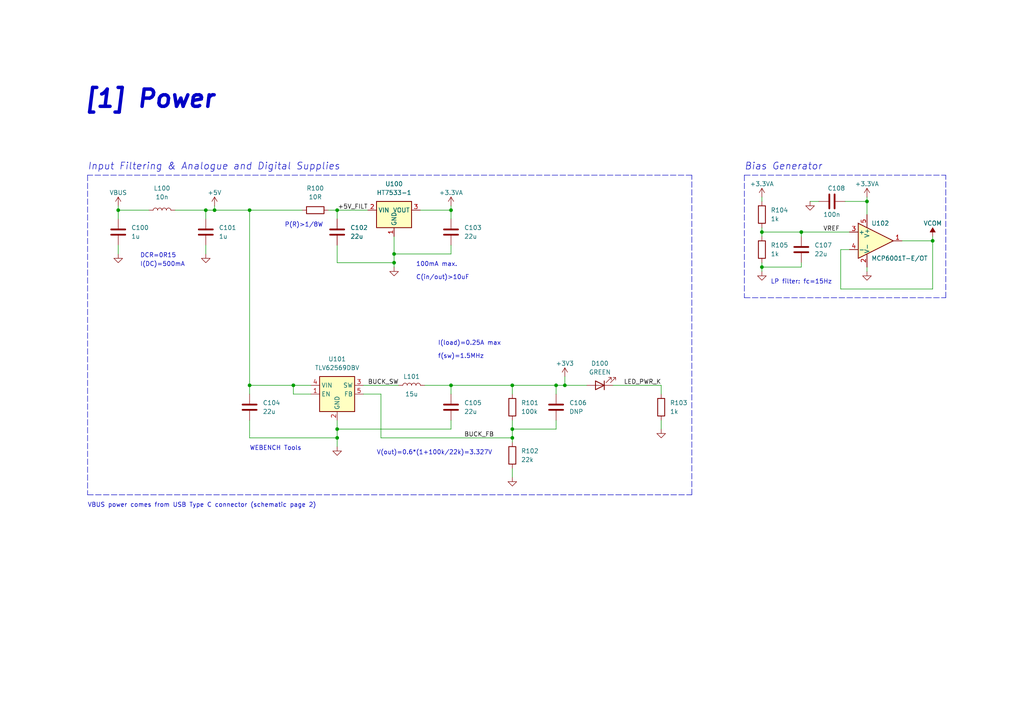
<source format=kicad_sch>
(kicad_sch (version 20211123) (generator eeschema)
  (paper "A4")
  (title_block (title "Mixed-Signal Demo PCB") (rev "0.1") (company "Phil's Lab"))
  (lib_symbols
    (symbol "Amplifier_Operational:MCP6001-OT" (pin_names (offset 0.127))
      (property "Reference" "U" (at -1.27 6.35 0))
      (property "Value" "MCP6001-OT" (at -1.27 3.81 0))
      (symbol "MCP6001-OT_0_1"
        (polyline (pts (xy -5.08 5.08) (xy 5.08 0) (xy -5.08 -5.08) (xy -5.08 5.08)) (stroke (width 0.254)) (fill (type background)))
        (pin power_in line (at -2.54 -7.62 90) (length 3.81) (name "V-") (number "2"))
        (pin power_in line (at -2.54 7.62 270) (length 3.81) (name "V+") (number "5"))
      )
      (symbol "MCP6001-OT_1_1"
        (pin output line (at 7.62 0 180) (length 2.54) (name "~") (number "1"))
        (pin input line (at -7.62 2.54 0) (length 2.54) (name "+") (number "3"))
        (pin input line (at -7.62 -2.54 0) (length 2.54) (name "-") (number "4"))
      )
    )
    (symbol "Device:C" (pin_numbers hide) (pin_names (offset 0.254))
      (property "Reference" "C" (at 0.635 2.54 0))
      (property "Value" "C" (at 0.635 -2.54 0))
      (symbol "C_0_1"
        (polyline (pts (xy -2.032 -0.762) (xy 2.032 -0.762)) (stroke (width 0.508)))
        (polyline (pts (xy -2.032 0.762) (xy 2.032 0.762)) (stroke (width 0.508)))
      )
      (symbol "C_1_1"
        (pin passive line (at 0 3.81 270) (length 2.794) (name "~") (number "1"))
        (pin passive line (at 0 -3.81 90) (length 2.794) (name "~") (number "2"))
      )
    )
    (symbol "Device:L" (pin_numbers hide) (pin_names (offset 1.016) hide)
      (property "Reference" "L" (at -1.27 0 90))
      (property "Value" "L" (at 1.905 0 90))
      (symbol "L_0_1"
        (arc (start 0 -2.54) (mid 0.635 -1.905) (end 0 -1.27))
        (arc (start 0 -1.27) (mid 0.635 -0.635) (end 0 0))
        (arc (start 0 0) (mid 0.635 0.635) (end 0 1.27))
        (arc (start 0 1.27) (mid 0.635 1.905) (end 0 2.54))
      )
      (symbol "L_1_1"
        (pin passive line (at 0 3.81 270) (length 1.27) (name "1") (number "1"))
        (pin passive line (at 0 -3.81 90) (length 1.27) (name "2") (number "2"))
      )
    )
    (symbol "Device:LED" (pin_numbers hide) (pin_names (offset 1.016) hide)
      (property "Reference" "D" (at 0 2.54 0))
      (property "Value" "LED" (at 0 -2.54 0))
      (symbol "LED_0_1"
        (polyline (pts (xy -1.27 -1.27) (xy -1.27 1.27)) (stroke (width 0.254)))
        (polyline (pts (xy -1.27 0) (xy 1.27 0)))
        (polyline (pts (xy 1.27 -1.27) (xy 1.27 1.27) (xy -1.27 0) (xy 1.27 -1.27)) (stroke (width 0.254)))
        (polyline (pts (xy -3.048 -0.762) (xy -4.572 -2.286) (xy -3.81 -2.286) (xy -4.572 -2.286) (xy -4.572 -1.524)))
        (polyline (pts (xy -1.778 -0.762) (xy -3.302 -2.286) (xy -2.54 -2.286) (xy -3.302 -2.286) (xy -3.302 -1.524)))
      )
      (symbol "LED_1_1"
        (pin passive line (at -3.81 0 0) (length 2.54) (name "K") (number "1"))
        (pin passive line (at 3.81 0 180) (length 2.54) (name "A") (number "2"))
      )
    )
    (symbol "Device:R" (pin_numbers hide) (pin_names (offset 0))
      (property "Reference" "R" (at 2.032 0 90))
      (property "Value" "R" (at 0 0 90))
      (symbol "R_0_1"
        (rectangle (start -1.016 -2.54) (end 1.016 2.54) (stroke (width 0.254)))
      )
      (symbol "R_1_1"
        (pin passive line (at 0 3.81 270) (length 1.27) (name "~") (number "1"))
        (pin passive line (at 0 -3.81 90) (length 1.27) (name "~") (number "2"))
      )
    )
    (symbol "Regulator_Linear:HT75xx-1-SOT89"
      (property "Reference" "U" (at -5.08 -3.81 0))
      (property "Value" "HT75xx-1-SOT89" (at 0 6.35 0))
      (symbol "HT75xx-1-SOT89_0_1"
        (rectangle (start -5.08 5.08) (end 5.08 -2.54) (stroke (width 0.254)) (fill (type background)))
      )
      (symbol "HT75xx-1-SOT89_1_1"
        (pin power_in line (at 0 -5.08 90) (length 2.54) (name "GND") (number "1"))
        (pin power_in line (at -7.62 2.54 0) (length 2.54) (name "VIN") (number "2"))
        (pin power_out line (at 7.62 2.54 180) (length 2.54) (name "VOUT") (number "3"))
      )
    )
    (symbol "Regulator_Switching:TLV62569DBV"
      (property "Reference" "U" (at -5.08 6.35 0))
      (property "Value" "TLV62569DBV" (at 0 6.35 0))
      (symbol "TLV62569DBV_0_1"
        (rectangle (start -5.08 5.08) (end 5.08 -5.08) (stroke (width 0.254)) (fill (type background)))
      )
      (symbol "TLV62569DBV_1_1"
        (pin input line (at -7.62 0 0) (length 2.54) (name "EN") (number "1"))
        (pin power_in line (at 0 -7.62 90) (length 2.54) (name "GND") (number "2"))
        (pin power_out line (at 7.62 2.54 180) (length 2.54) (name "SW") (number "3"))
        (pin power_in line (at -7.62 2.54 0) (length 2.54) (name "VIN") (number "4"))
        (pin input line (at 7.62 0 180) (length 2.54) (name "FB") (number "5"))
      )
    )
    (symbol "power:+3.3VA" (power) (pin_names (offset 0))
      (property "Value" "+3.3VA" (at 0 3.556 0))
      (symbol "+3.3VA_0_1"
        (polyline (pts (xy -0.762 1.27) (xy 0 2.54)))
        (polyline (pts (xy 0 0) (xy 0 2.54)))
        (polyline (pts (xy 0 2.54) (xy 0.762 1.27)))
      )
      (symbol "+3.3VA_1_1"
        (pin power_in line (at 0 0 90) (length 0) hide (name "+3.3VA") (number "1"))
      )
    )
    (symbol "power:+3V3" (power) (pin_names (offset 0))
      (property "Value" "+3V3" (at 0 3.556 0))
      (symbol "+3V3_0_1"
        (polyline (pts (xy -0.762 1.27) (xy 0 2.54)))
        (polyline (pts (xy 0 0) (xy 0 2.54)))
        (polyline (pts (xy 0 2.54) (xy 0.762 1.27)))
      )
      (symbol "+3V3_1_1"
        (pin power_in line (at 0 0 90) (length 0) hide (name "+3V3") (number "1"))
      )
    )
    (symbol "power:+5V" (power) (pin_names (offset 0))
      (property "Value" "+5V" (at 0 3.556 0))
      (symbol "+5V_0_1"
        (polyline (pts (xy -0.762 1.27) (xy 0 2.54)))
        (polyline (pts (xy 0 0) (xy 0 2.54)))
        (polyline (pts (xy 0 2.54) (xy 0.762 1.27)))
      )
      (symbol "+5V_1_1"
        (pin power_in line (at 0 0 90) (length 0) hide (name "+5V") (number "1"))
      )
    )
    (symbol "power:GND" (power) (pin_names (offset 0))
      (property "Value" "GND" (at 0 -3.81 0))
      (symbol "GND_0_1"
        (polyline (pts (xy 0 0) (xy 0 -1.27) (xy 1.27 -1.27) (xy 0 -2.54) (xy -1.27 -1.27) (xy 0 -1.27)))
      )
      (symbol "GND_1_1"
        (pin power_in line (at 0 0 270) (length 0) hide (name "GND") (number "1"))
      )
    )
    (symbol "power:VBUS" (power) (pin_names (offset 0))
      (property "Value" "VBUS" (at 0 3.81 0))
      (symbol "VBUS_0_1"
        (polyline (pts (xy -0.762 1.27) (xy 0 2.54)))
        (polyline (pts (xy 0 0) (xy 0 2.54)))
        (polyline (pts (xy 0 2.54) (xy 0.762 1.27)))
      )
      (symbol "VBUS_1_1"
        (pin power_in line (at 0 0 90) (length 0) hide (name "VBUS") (number "1"))
      )
    )
    (symbol "power:VCOM" (power) (pin_names (offset 0))
      (property "Value" "VCOM" (at 0 3.81 0))
      (symbol "VCOM_0_1"
        (polyline (pts (xy 0 0) (xy 0 2.54)))
        (polyline (pts (xy 0.762 1.27) (xy -0.762 1.27) (xy 0 2.54) (xy 0.762 1.27)) (fill (type outline)))
      )
      (symbol "VCOM_1_1"
        (pin power_in line (at 0 0 90) (length 0) hide (name "VCOM") (number "1"))
      )
    )
  )
  (junction (at 114.3 73.66))
  (junction (at 72.39 111.76))
  (junction (at 148.59 111.76))
  (junction (at 148.59 127))
  (junction (at 270.51 69.85))
  (junction (at 148.59 124.46))
  (junction (at 232.41 67.31))
  (junction (at 85.09 111.76))
  (junction (at 34.29 60.96))
  (junction (at 130.81 60.96))
  (junction (at 97.79 127))
  (junction (at 97.79 124.46))
  (junction (at 251.46 58.42))
  (junction (at 163.83 111.76))
  (junction (at 114.3 76.2))
  (junction (at 130.81 111.76))
  (junction (at 220.98 67.31))
  (junction (at 72.39 60.96))
  (junction (at 161.29 111.76))
  (junction (at 220.98 77.47))
  (junction (at 97.79 60.96))
  (junction (at 59.69 60.96))
  (junction (at 62.23 60.96))
  (wire (pts (xy 232.41 68.58) (xy 232.41 67.31)))
  (wire (pts (xy 270.51 69.85) (xy 261.62 69.85)))
  (wire (pts (xy 97.79 129.54) (xy 97.79 127)))
  (wire (pts (xy 72.39 111.76) (xy 85.09 111.76)))
  (wire (pts (xy 245.11 58.42) (xy 251.46 58.42)))
  (polyline (pts (xy 215.9 86.36) (xy 274.32 86.36)))
  (wire (pts (xy 232.41 77.47) (xy 220.98 77.47)))
  (polyline (pts (xy 200.66 50.8) (xy 25.4 50.8)))
  (wire (pts (xy 59.69 73.66) (xy 59.69 71.12)))
  (polyline (pts (xy 215.9 50.8) (xy 274.32 50.8)))
  (wire (pts (xy 220.98 78.74) (xy 220.98 77.47)))
  (wire (pts (xy 177.8 111.76) (xy 191.77 111.76)))
  (polyline (pts (xy 200.66 143.51) (xy 200.66 50.8)))
  (wire (pts (xy 148.59 124.46) (xy 148.59 127)))
  (wire (pts (xy 72.39 114.3) (xy 72.39 111.76)))
  (wire (pts (xy 234.95 58.42) (xy 237.49 58.42)))
  (wire (pts (xy 232.41 76.2) (xy 232.41 77.47)))
  (wire (pts (xy 148.59 127) (xy 110.49 127)))
  (wire (pts (xy 97.79 127) (xy 97.79 124.46)))
  (wire (pts (xy 95.25 60.96) (xy 97.79 60.96)))
  (wire (pts (xy 72.39 111.76) (xy 72.39 60.96)))
  (wire (pts (xy 251.46 58.42) (xy 251.46 62.23)))
  (polyline (pts (xy 25.4 50.8) (xy 25.4 143.51)))
  (wire (pts (xy 106.68 60.96) (xy 97.79 60.96)))
  (wire (pts (xy 114.3 73.66) (xy 114.3 76.2)))
  (wire (pts (xy 110.49 127) (xy 110.49 114.3)))
  (wire (pts (xy 130.81 124.46) (xy 97.79 124.46)))
  (wire (pts (xy 130.81 111.76) (xy 130.81 114.3)))
  (wire (pts (xy 34.29 60.96) (xy 34.29 63.5)))
  (wire (pts (xy 163.83 109.22) (xy 163.83 111.76)))
  (wire (pts (xy 59.69 63.5) (xy 59.69 60.96)))
  (wire (pts (xy 191.77 114.3) (xy 191.77 111.76)))
  (wire (pts (xy 72.39 127) (xy 72.39 121.92)))
  (wire (pts (xy 148.59 114.3) (xy 148.59 111.76)))
  (wire (pts (xy 114.3 76.2) (xy 97.79 76.2)))
  (wire (pts (xy 243.84 83.82) (xy 270.51 83.82)))
  (wire (pts (xy 34.29 60.96) (xy 43.18 60.96)))
  (wire (pts (xy 148.59 138.43) (xy 148.59 135.89)))
  (wire (pts (xy 232.41 67.31) (xy 246.38 67.31)))
  (wire (pts (xy 246.38 72.39) (xy 243.84 72.39)))
  (wire (pts (xy 62.23 60.96) (xy 59.69 60.96)))
  (wire (pts (xy 220.98 67.31) (xy 232.41 67.31)))
  (wire (pts (xy 270.51 68.58) (xy 270.51 69.85)))
  (wire (pts (xy 97.79 60.96) (xy 97.79 63.5)))
  (wire (pts (xy 130.81 121.92) (xy 130.81 124.46)))
  (wire (pts (xy 34.29 59.69) (xy 34.29 60.96)))
  (wire (pts (xy 123.19 111.76) (xy 130.81 111.76)))
  (wire (pts (xy 97.79 71.12) (xy 97.79 76.2)))
  (wire (pts (xy 148.59 111.76) (xy 161.29 111.76)))
  (wire (pts (xy 85.09 114.3) (xy 90.17 114.3)))
  (wire (pts (xy 121.92 60.96) (xy 130.81 60.96)))
  (wire (pts (xy 85.09 114.3) (xy 85.09 111.76)))
  (polyline (pts (xy 215.9 50.8) (xy 215.9 86.36)))
  (wire (pts (xy 130.81 73.66) (xy 130.81 71.12)))
  (wire (pts (xy 220.98 77.47) (xy 220.98 76.2)))
  (wire (pts (xy 170.18 111.76) (xy 163.83 111.76)))
  (wire (pts (xy 115.57 111.76) (xy 105.41 111.76)))
  (polyline (pts (xy 274.32 86.36) (xy 274.32 50.8)))
  (polyline (pts (xy 25.4 143.51) (xy 200.66 143.51)))
  (wire (pts (xy 270.51 69.85) (xy 270.51 83.82)))
  (wire (pts (xy 148.59 127) (xy 148.59 128.27)))
  (wire (pts (xy 161.29 121.92) (xy 161.29 124.46)))
  (wire (pts (xy 220.98 68.58) (xy 220.98 67.31)))
  (wire (pts (xy 114.3 73.66) (xy 130.81 73.66)))
  (wire (pts (xy 97.79 124.46) (xy 97.79 121.92)))
  (wire (pts (xy 105.41 114.3) (xy 110.49 114.3)))
  (wire (pts (xy 251.46 58.42) (xy 251.46 57.15)))
  (wire (pts (xy 87.63 60.96) (xy 72.39 60.96)))
  (wire (pts (xy 220.98 66.04) (xy 220.98 67.31)))
  (wire (pts (xy 114.3 68.58) (xy 114.3 73.66)))
  (wire (pts (xy 97.79 127) (xy 72.39 127)))
  (wire (pts (xy 220.98 57.15) (xy 220.98 58.42)))
  (wire (pts (xy 163.83 111.76) (xy 161.29 111.76)))
  (wire (pts (xy 148.59 121.92) (xy 148.59 124.46)))
  (wire (pts (xy 62.23 59.69) (xy 62.23 60.96)))
  (wire (pts (xy 50.8 60.96) (xy 59.69 60.96)))
  (wire (pts (xy 161.29 111.76) (xy 161.29 114.3)))
  (wire (pts (xy 34.29 73.66) (xy 34.29 71.12)))
  (wire (pts (xy 148.59 124.46) (xy 161.29 124.46)))
  (wire (pts (xy 191.77 124.46) (xy 191.77 121.92)))
  (wire (pts (xy 85.09 111.76) (xy 90.17 111.76)))
  (wire (pts (xy 243.84 72.39) (xy 243.84 83.82)))
  (wire (pts (xy 130.81 63.5) (xy 130.81 60.96)))
  (wire (pts (xy 251.46 78.74) (xy 251.46 77.47)))
  (wire (pts (xy 72.39 60.96) (xy 62.23 60.96)))
  (wire (pts (xy 114.3 76.2) (xy 114.3 77.47)))
  (wire (pts (xy 148.59 111.76) (xy 130.81 111.76)))
  (wire (pts (xy 130.81 59.69) (xy 130.81 60.96)))
  (text "DCR=0R15" (at 40.64 74.93 0) (effects (font (size 1.27 1.27)) (justify left bottom)))
  (text "C(in/out)>10uF" (at 120.65 81.28 0) (effects (font (size 1.27 1.27)) (justify left bottom)))
  (text "V(out)=0.6*(1+100k/22k)=3.327V" (at 109.22 132.08 0) (effects (font (size 1.27 1.27)) (justify left bottom)))
  (text "I(DC)=500mA" (at 40.64 77.47 0) (effects (font (size 1.27 1.27)) (justify left bottom)))
  (text "Bias Generator" (at 215.9 49.53 0) (effects (font (size 2.0066 2.0066) italic) (justify left bottom)))
  (text "LP filter: fc=15Hz" (at 223.52 82.55 0) (effects (font (size 1.27 1.27)) (justify left bottom)))
  (text "100mA max." (at 120.65 77.47 0) (effects (font (size 1.27 1.27)) (justify left bottom)))
  (text "f(sw)=1.5MHz" (at 127 104.14 0) (effects (font (size 1.27 1.27)) (justify left bottom)))
  (text "VBUS power comes from USB Type C connector (schematic page 2)" (at 25.4 147.32 0) (effects (font (size 1.27 1.27)) (justify left bottom)))
  (text "P(R)>1/8W" (at 82.55 66.04 0) (effects (font (size 1.27 1.27)) (justify left bottom)))
  (text "I(load)=0.25A max" (at 127 100.33 0) (effects (font (size 1.27 1.27)) (justify left bottom)))
  (text "Input Filtering & Analogue and Digital Supplies" (at 25.4 49.53 0) (effects (font (size 2.0066 2.0066) italic) (justify left bottom)))
  (text "[1] Power" (at 24.13 31.75 0) (effects (font (size 5.0038 5.0038) (thickness 1.0008) bold italic) (justify left bottom)))
  (text "WEBENCH Tools" (at 72.39 130.81 0) (effects (font (size 1.27 1.27)) (justify left bottom)))
  (label "+5V_FILT" (at 106.68 60.96 180))
  (label "VREF" (at 238.76 67.31 0))
  (label "LED_PWR_K" (at 191.77 111.76 180))
  (label "BUCK_SW" (at 106.68 111.76 0))
  (label "BUCK_FB" (at 134.62 127 0))
  (symbol (lib_id "power:GND") (at 114.3 77.47 0) (unit 1)
    (property "Reference" "#PWR010" (effects hide))
    (property "Value" "GND" (effects hide))
  )
  (symbol (lib_id "power:VCOM") (at 270.51 68.58 0) (unit 1)
    (property "Reference" "#PWR07" (effects hide))
    (property "Value" "VCOM" (at 270.51 64.77 0))
  )
  (symbol (lib_id "power:+3V3") (at 163.83 109.22 0) (unit 1)
    (property "Reference" "#PWR013" (effects hide))
    (property "Value" "+3V3" (at 163.83 105.41 0))
  )
  (symbol (lib_id "power:+5V") (at 62.23 59.69 0) (unit 1)
    (property "Reference" "#PWR05" (effects hide))
    (property "Value" "+5V" (at 62.23 55.88 0))
  )
  (symbol (lib_id "power:+3.3VA") (at 130.81 59.69 0) (unit 1)
    (property "Reference" "#PWR06" (effects hide))
    (property "Value" "+3.3VA" (at 130.81 55.88 0))
  )
  (symbol (lib_id "Regulator_Linear:HT75xx-1-SOT89") (at 114.3 63.5 0) (unit 1)
    (property "Reference" "U100" (at 114.3 53.34 0))
    (property "Value" "HT7533-1" (at 114.3 55.88 0))
    (property "Footprint" "Package_TO_SOT_SMD:SOT-89-3" (effects hide))
    (property "Datasheet" "https://www.holtek.com/documents/10179/116711/HT75xx-1v250.pdf" (effects hide))
  )
  (symbol (lib_id "Device:C") (at 97.79 67.31 0) (unit 1)
    (property "Reference" "C102" (at 101.6 66.04 0) (effects (justify left)))
    (property "Value" "22u" (at 101.6 68.58 0) (effects (justify left)))
    (property "Footprint" "Capacitor_SMD:C_0805_2012Metric" (effects hide))
  )
  (symbol (lib_id "Device:C") (at 130.81 67.31 0) (unit 1)
    (property "Reference" "C103" (at 134.62 66.04 0) (effects (justify left)))
    (property "Value" "22u" (at 134.62 68.58 0) (effects (justify left)))
    (property "Footprint" "Capacitor_SMD:C_0805_2012Metric" (effects hide))
  )
  (symbol (lib_id "power:VBUS") (at 34.29 59.69 0) (unit 1)
    (property "Reference" "#PWR04" (effects hide))
    (property "Value" "VBUS" (at 34.29 55.88 0))
  )
  (symbol (lib_id "Device:C") (at 34.29 67.31 0) (mirror y) (unit 1)
    (property "Reference" "C100" (at 43.18 66.04 0) (effects (justify left)))
    (property "Value" "1u" (at 40.64 68.58 0) (effects (justify left)))
    (property "Footprint" "Capacitor_SMD:C_0603_1608Metric" (effects hide))
  )
  (symbol (lib_id "Device:C") (at 59.69 67.31 0) (mirror y) (unit 1)
    (property "Reference" "C101" (at 68.58 66.04 0) (effects (justify left)))
    (property "Value" "1u" (at 66.04 68.58 0) (effects (justify left)))
    (property "Footprint" "Capacitor_SMD:C_0603_1608Metric" (effects hide))
  )
  (symbol (lib_id "power:GND") (at 34.29 73.66 0) (unit 1)
    (property "Reference" "#PWR08" (effects hide))
    (property "Value" "GND" (effects hide))
  )
  (symbol (lib_id "power:GND") (at 59.69 73.66 0) (unit 1)
    (property "Reference" "#PWR09" (effects hide))
    (property "Value" "GND" (effects hide))
  )
  (symbol (lib_id "Device:R") (at 91.44 60.96 270) (unit 1)
    (property "Reference" "R100" (at 91.44 54.61 90))
    (property "Value" "10R" (at 91.44 57.15 90))
    (property "Footprint" "Resistor_SMD:R_0805_2012Metric" (effects hide))
  )
  (symbol (lib_id "Amplifier_Operational:MCP6001-OT") (at 254 69.85 0) (unit 1)
    (property "Reference" "U102" (at 252.73 64.77 0) (effects (justify left)))
    (property "Value" "MCP6001T-E/OT" (at 252.73 74.93 0) (effects (justify left)))
    (property "Footprint" "Package_TO_SOT_SMD:SOT-23-5" (effects hide))
    (property "Datasheet" "http://ww1.microchip.com/downloads/en/DeviceDoc/21733j.pdf" (effects hide))
  )
  (symbol (lib_id "Device:C") (at 241.3 58.42 270) (unit 1)
    (property "Reference" "C108" (at 240.03 54.61 90) (effects (justify left)))
    (property "Value" "100n" (at 238.76 62.23 90) (effects (justify left)))
    (property "Footprint" "Capacitor_SMD:C_0402_1005Metric" (effects hide))
  )
  (symbol (lib_id "power:GND") (at 251.46 78.74 0) (unit 1)
    (property "Reference" "#PWR012" (effects hide))
    (property "Value" "GND" (effects hide))
  )
  (symbol (lib_id "power:GND") (at 234.95 58.42 0) (unit 1)
    (property "Reference" "#PWR03" (effects hide))
    (property "Value" "GND" (effects hide))
  )
  (symbol (lib_id "power:+3.3VA") (at 251.46 57.15 0) (unit 1)
    (property "Reference" "#PWR02" (effects hide))
    (property "Value" "+3.3VA" (at 251.46 53.34 0))
  )
  (symbol (lib_id "power:+3.3VA") (at 220.98 57.15 0) (unit 1)
    (property "Reference" "#PWR01" (effects hide))
    (property "Value" "+3.3VA" (at 220.98 53.34 0))
  )
  (symbol (lib_id "Device:R") (at 220.98 62.23 180) (unit 1)
    (property "Reference" "R104" (at 223.52 60.96 0) (effects (justify right)))
    (property "Value" "1k" (at 223.52 63.5 0) (effects (justify right)))
    (property "Footprint" "Resistor_SMD:R_0402_1005Metric" (effects hide))
  )
  (symbol (lib_id "Device:R") (at 220.98 72.39 180) (unit 1)
    (property "Reference" "R105" (at 223.52 71.12 0) (effects (justify right)))
    (property "Value" "1k" (at 223.52 73.66 0) (effects (justify right)))
    (property "Footprint" "Resistor_SMD:R_0402_1005Metric" (effects hide))
  )
  (symbol (lib_id "Device:C") (at 232.41 72.39 0) (unit 1)
    (property "Reference" "C107" (at 236.22 71.12 0) (effects (justify left)))
    (property "Value" "22u" (at 236.22 73.66 0) (effects (justify left)))
    (property "Footprint" "Capacitor_SMD:C_0805_2012Metric" (effects hide))
  )
  (symbol (lib_id "power:GND") (at 220.98 78.74 0) (unit 1)
    (property "Reference" "#PWR011" (effects hide))
    (property "Value" "GND" (effects hide))
  )
  (symbol (lib_id "Regulator_Switching:TLV62569DBV") (at 97.79 114.3 0) (unit 1)
    (property "Reference" "U101" (at 97.79 104.14 0))
    (property "Value" "TLV62569DBV" (at 97.79 106.68 0))
    (property "Footprint" "Package_TO_SOT_SMD:SOT-23-5" (effects hide))
    (property "Datasheet" "http://www.ti.com/lit/ds/symlink/tlv62569.pdf" (effects hide))
  )
  (symbol (lib_id "Device:L") (at 119.38 111.76 90) (unit 1)
    (property "Reference" "L101" (at 119.38 109.22 90))
    (property "Value" "15u" (at 119.38 114.3 90))
    (property "Footprint" "Library:MWSA0603S" (effects hide))
  )
  (symbol (lib_id "Device:C") (at 130.81 118.11 0) (unit 1)
    (property "Reference" "C105" (at 134.62 116.84 0) (effects (justify left)))
    (property "Value" "22u" (at 134.62 119.38 0) (effects (justify left)))
    (property "Footprint" "Capacitor_SMD:C_0805_2012Metric" (effects hide))
  )
  (symbol (lib_id "Device:R") (at 148.59 118.11 180) (unit 1)
    (property "Reference" "R101" (at 151.13 116.84 0) (effects (justify right)))
    (property "Value" "100k" (at 151.13 119.38 0) (effects (justify right)))
    (property "Footprint" "Resistor_SMD:R_0402_1005Metric" (effects hide))
  )
  (symbol (lib_id "power:GND") (at 97.79 129.54 0) (unit 1)
    (property "Reference" "#PWR015" (effects hide))
    (property "Value" "GND" (effects hide))
  )
  (symbol (lib_id "Device:C") (at 72.39 118.11 0) (unit 1)
    (property "Reference" "C104" (at 76.2 116.84 0) (effects (justify left)))
    (property "Value" "22u" (at 76.2 119.38 0) (effects (justify left)))
    (property "Footprint" "Capacitor_SMD:C_0805_2012Metric" (effects hide))
  )
  (symbol (lib_id "Device:R") (at 148.59 132.08 180) (unit 1)
    (property "Reference" "R102" (at 151.13 130.81 0) (effects (justify right)))
    (property "Value" "22k" (at 151.13 133.35 0) (effects (justify right)))
    (property "Footprint" "Resistor_SMD:R_0402_1005Metric" (effects hide))
  )
  (symbol (lib_id "Device:C") (at 161.29 118.11 0) (unit 1)
    (property "Reference" "C106" (at 165.1 116.84 0) (effects (justify left)))
    (property "Value" "DNP" (at 165.1 119.38 0) (effects (justify left)))
    (property "Footprint" "Capacitor_SMD:C_0402_1005Metric" (effects hide))
  )
  (symbol (lib_id "power:GND") (at 148.59 138.43 0) (unit 1)
    (property "Reference" "#PWR016" (effects hide))
    (property "Value" "GND" (effects hide))
  )
  (symbol (lib_id "Device:LED") (at 173.99 111.76 180) (unit 1)
    (property "Reference" "D100" (at 173.99 105.41 0))
    (property "Value" "GREEN" (at 173.99 107.95 0))
    (property "Footprint" "LED_SMD:LED_0603_1608Metric" (effects hide))
  )
  (symbol (lib_id "Device:R") (at 191.77 118.11 180) (unit 1)
    (property "Reference" "R103" (at 194.31 116.84 0) (effects (justify right)))
    (property "Value" "1k" (at 194.31 119.38 0) (effects (justify right)))
    (property "Footprint" "Resistor_SMD:R_0402_1005Metric" (effects hide))
  )
  (symbol (lib_id "power:GND") (at 191.77 124.46 0) (unit 1)
    (property "Reference" "#PWR014" (effects hide))
    (property "Value" "GND" (effects hide))
  )
  (symbol (lib_id "Device:L") (at 46.99 60.96 90) (unit 1)
    (property "Reference" "L100" (at 46.99 54.61 90))
    (property "Value" "10n" (at 46.99 57.15 90))
    (property "Footprint" "Inductor_SMD:L_0402_1005Metric" (effects hide))
  )
)
</source>
